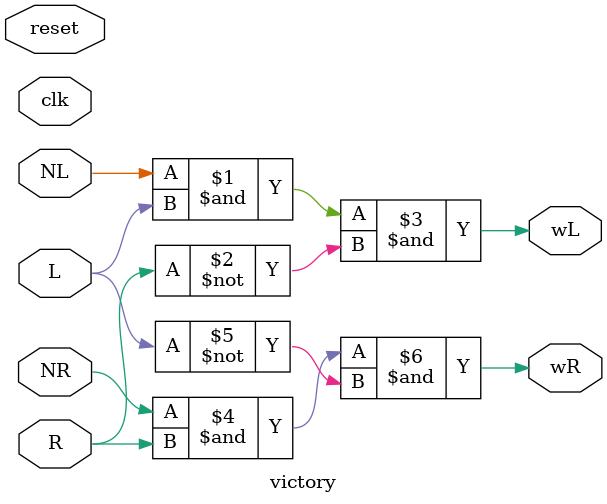
<source format=sv>
module victory (
    input logic clk, reset,
    input logic L,R,NL,NR,
    output logic wL, wR
);

 and(wL, NL&L, ~R);
 and(wR, NR&R, ~L);

    
endmodule 
</source>
